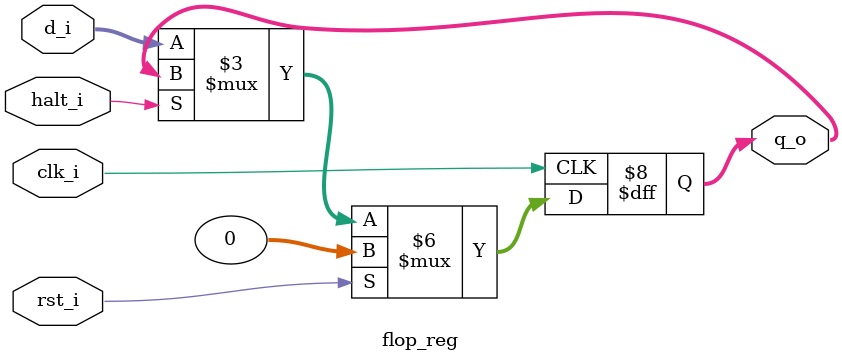
<source format=sv>
`timescale 1ns / 1ps

module flop_reg #(
  parameter DataWidth = 32
)(
  input  logic rst_i,
  input  logic clk_i,
  input  logic halt_i,
  input  logic [DataWidth-1:0] d_i,
  output logic [DataWidth-1:0] q_o
);

always_ff @(posedge clk_i) begin
  if (rst_i) begin 
    q_o <= '0;
  end else if (!halt_i) begin
    q_o <= d_i;
  end
end

endmodule

</source>
